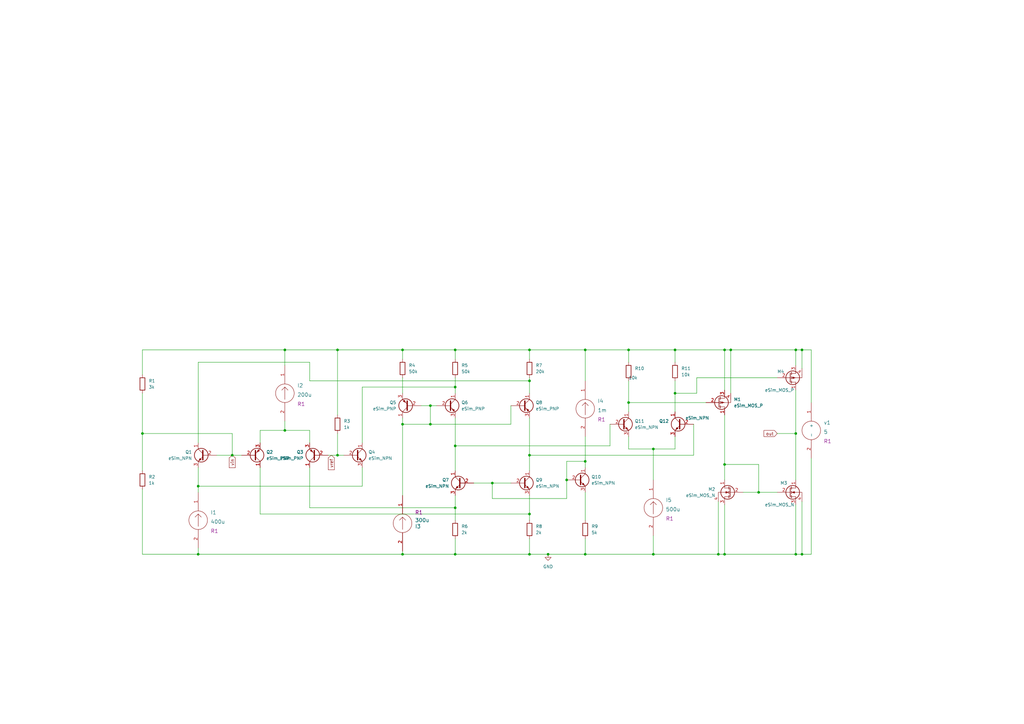
<source format=kicad_sch>
(kicad_sch (version 20211123) (generator eeschema)
  (paper "A3")
  (lib_symbols
    (symbol "eSim_Devices:eSim_MOS_N" (pin_names (offset 0) hide)
      (property "Reference" "M" (at 0 -3.81 0))
      (property "Value" "eSim_MOS_N" (at 2.54 -1.27 0))
      (symbol "eSim_MOS_N_0_1"
        (polyline (pts (xy 3.302 -7.366) (xy 3.302 -6.35)) (stroke (width 0.254)))
        (polyline (pts (xy 3.302 -6.858) (xy 5.08 -6.858)))
        (polyline (pts (xy 3.302 -5.588) (xy 3.302 -4.572)) (stroke (width 0.254)))
        (polyline (pts (xy 3.302 -5.08) (xy 5.08 -5.08)))
        (polyline (pts (xy 3.302 -3.81) (xy 3.302 -2.794)) (stroke (width 0.254)))
        (polyline (pts (xy 3.302 -3.302) (xy 5.08 -3.302)))
        (polyline (pts (xy 5.08 -7.62) (xy 5.08 -6.858)))
        (polyline (pts (xy 5.08 -3.302) (xy 5.08 -2.54)))
        (polyline (pts (xy 2.794 -6.985) (xy 2.794 -3.175) (xy 2.794 -3.175)) (stroke (width 0.254)))
        (polyline (pts (xy 5.08 -5.08) (xy 7.62 -5.08) (xy 7.62 -6.35)))
        (polyline (pts (xy 3.556 -5.08) (xy 4.572 -5.461) (xy 4.572 -4.699) (xy 3.556 -5.08)) (fill (type outline)))
        (circle (center 3.81 -5.08) (radius 2.8194) (stroke (width 0.254)))
      )
      (symbol "eSim_MOS_N_1_1"
        (pin passive line (at 5.08 0 270) (length 2.54) (name "D") (number "1"))
        (pin passive line (at -2.54 -5.08 0) (length 5.334) (name "G") (number "2"))
        (pin passive line (at 5.08 -10.16 90) (length 2.54) (name "S") (number "3"))
        (pin passive line (at 7.62 -8.89 90) (length 2.4892) (name "B") (number "4"))
      )
    )
    (symbol "eSim_Devices:eSim_MOS_P" (pin_names (offset 0) hide)
      (property "Reference" "M" (at -1.27 1.27 0))
      (property "Value" "eSim_MOS_P" (at 1.27 3.81 0))
      (symbol "eSim_MOS_P_0_1"
        (polyline (pts (xy 2.032 -1.778) (xy 3.81 -1.778)))
        (polyline (pts (xy 2.032 -1.27) (xy 2.032 -2.286)) (stroke (width 0.254)))
        (polyline (pts (xy 2.032 0) (xy 3.81 0)))
        (polyline (pts (xy 2.032 0.508) (xy 2.032 -0.508)) (stroke (width 0.254)))
        (polyline (pts (xy 2.032 1.778) (xy 3.81 1.778)))
        (polyline (pts (xy 2.032 2.286) (xy 2.032 1.27)) (stroke (width 0.254)))
        (polyline (pts (xy 3.81 -1.778) (xy 3.81 -2.54)))
        (polyline (pts (xy 3.81 2.54) (xy 3.81 1.778)))
        (polyline (pts (xy 1.524 1.905) (xy 1.524 -1.905) (xy 1.524 -1.905)) (stroke (width 0.254)))
        (polyline (pts (xy 3.81 0) (xy 6.35 0) (xy 6.35 -1.27)))
        (polyline (pts (xy 3.556 0) (xy 2.54 -0.381) (xy 2.54 0.381) (xy 3.556 0)) (fill (type outline)))
        (circle (center 2.54 0) (radius 2.8194) (stroke (width 0.254)))
      )
      (symbol "eSim_MOS_P_1_1"
        (pin passive line (at 3.81 5.08 270) (length 2.54) (name "D") (number "1"))
        (pin passive line (at -3.81 0 0) (length 5.334) (name "G") (number "2"))
        (pin passive line (at 3.81 -5.08 90) (length 2.54) (name "S") (number "3"))
        (pin passive line (at 6.35 -3.81 90) (length 2.54) (name "B") (number "4"))
      )
    )
    (symbol "eSim_Devices:eSim_NPN" (pin_names (offset 0) hide)
      (property "Reference" "Q" (at -2.54 1.27 0))
      (property "Value" "eSim_NPN" (at -1.27 3.81 0))
      (symbol "eSim_NPN_0_1"
        (polyline (pts (xy 0.635 0.635) (xy 2.54 2.54)))
        (polyline (pts (xy 0.635 -0.635) (xy 2.54 -2.54) (xy 2.54 -2.54)))
        (polyline (pts (xy 0.635 1.905) (xy 0.635 -1.905) (xy 0.635 -1.905)) (stroke (width 0.508)))
        (polyline (pts (xy 1.27 -1.778) (xy 1.778 -1.27) (xy 2.286 -2.286) (xy 1.27 -1.778) (xy 1.27 -1.778)) (fill (type outline)))
        (circle (center 1.27 0) (radius 2.8194) (stroke (width 0.254)))
      )
      (symbol "eSim_NPN_1_1"
        (pin passive line (at 2.54 5.08 270) (length 2.54) (name "C") (number "1"))
        (pin passive line (at -5.08 0 0) (length 5.715) (name "B") (number "2"))
        (pin passive line (at 2.54 -5.08 90) (length 2.54) (name "E") (number "3"))
      )
    )
    (symbol "eSim_Devices:eSim_PNP" (pin_names (offset 0) hide)
      (property "Reference" "Q" (at -2.54 1.27 0))
      (property "Value" "eSim_PNP" (at -1.27 3.81 0))
      (symbol "eSim_PNP_0_1"
        (polyline (pts (xy 0.635 0.635) (xy 2.54 2.54)))
        (polyline (pts (xy 0.635 -0.635) (xy 2.54 -2.54) (xy 2.54 -2.54)))
        (polyline (pts (xy 0.635 1.905) (xy 0.635 -1.905) (xy 0.635 -1.905)) (stroke (width 0.508)))
        (polyline (pts (xy 2.286 -1.778) (xy 1.778 -2.286) (xy 1.27 -1.27) (xy 2.286 -1.778) (xy 2.286 -1.778)) (fill (type outline)))
        (circle (center 1.27 0) (radius 2.8194) (stroke (width 0.254)))
      )
      (symbol "eSim_PNP_1_1"
        (pin passive line (at 2.54 5.08 270) (length 2.54) (name "C") (number "1"))
        (pin passive line (at -5.08 0 0) (length 5.715) (name "B") (number "2"))
        (pin passive line (at 2.54 -5.08 90) (length 2.54) (name "E") (number "3"))
      )
    )
    (symbol "eSim_Devices:resistor" (pin_numbers hide) (pin_names (offset 0))
      (property "Reference" "R" (at 1.27 3.302 0))
      (property "Value" "resistor" (at 1.27 -1.27 0))
      (symbol "resistor_0_1"
        (rectangle (start 3.81 0.254) (end -1.27 2.286) (stroke (width 0.254)))
      )
      (symbol "resistor_1_1"
        (pin passive line (at -2.54 1.27 0) (length 1.27) (name "~") (number "1"))
        (pin passive line (at 5.08 1.27 180) (length 1.27) (name "~") (number "2"))
      )
    )
    (symbol "eSim_Power:eSim_GND" (power) (pin_names (offset 0))
      (property "Value" "eSim_GND" (at 0 -3.81 0))
      (symbol "eSim_GND_0_1"
        (polyline (pts (xy 0 0) (xy 0 -1.27) (xy 1.27 -1.27) (xy 0 -2.54) (xy -1.27 -1.27) (xy 0 -1.27)))
      )
      (symbol "eSim_GND_1_1"
        (pin power_in line (at 0 0 270) (length 0) hide (name "GND") (number "1"))
      )
    )
    (symbol "eSim_Sources:DC" (pin_names (offset 1.016))
      (property "Reference" "v" (at -5.08 2.54 0))
      (property "Value" "DC" (at -5.08 -1.27 0))
      (property "Footprint" "R1" (at -7.62 0 0))
      (symbol "DC_0_1"
        (circle (center 0 0) (radius 3.81))
      )
      (symbol "DC_1_1"
        (pin power_out line (at 0 11.43 270) (length 7.62) (name "+") (number "1"))
        (pin power_out line (at 0 -11.43 90) (length 7.62) (name "-") (number "2"))
      )
    )
    (symbol "eSim_Sources:dc" (pin_names (offset 1.016))
      (property "Reference" "I" (at -5.08 2.54 0))
      (property "Value" "dc" (at -5.08 -1.27 0))
      (property "Footprint" "R1" (at -7.62 0 0))
      (symbol "dc_0_1"
        (polyline (pts (xy 0 -2.54) (xy 0 -2.54)))
        (polyline (pts (xy 0 2.54) (xy -1.27 1.27)))
        (polyline (pts (xy 0 2.54) (xy 0 -2.54)))
        (polyline (pts (xy 0 2.54) (xy 1.27 1.27)))
        (circle (center 0 0) (radius 3.81))
      )
      (symbol "dc_1_1"
        (pin passive line (at 0 11.43 270) (length 7.62) (name "~") (number "1"))
        (pin passive line (at 0 -11.43 90) (length 7.62) (name "~") (number "2"))
      )
    )
  )
  (junction (at 224.79 227.33))
  (junction (at 328.93 143.51))
  (junction (at 326.39 143.51))
  (junction (at 297.18 190.5))
  (junction (at 165.1 173.99))
  (junction (at 95.25 186.69))
  (junction (at 186.69 208.28))
  (junction (at 165.1 143.51))
  (junction (at 267.97 227.33))
  (junction (at 294.64 227.33))
  (junction (at 257.81 165.1))
  (junction (at 328.93 227.33))
  (junction (at 138.43 143.51))
  (junction (at 299.72 143.51))
  (junction (at 240.03 227.33))
  (junction (at 257.81 143.51))
  (junction (at 186.69 227.33))
  (junction (at 311.15 201.93))
  (junction (at 176.53 166.37))
  (junction (at 232.41 196.85))
  (junction (at 186.69 182.88))
  (junction (at 138.43 186.69))
  (junction (at 81.28 227.33))
  (junction (at 58.42 177.8))
  (junction (at 240.03 143.51))
  (junction (at 326.39 227.33))
  (junction (at 276.86 161.29))
  (junction (at 326.39 177.8))
  (junction (at 217.17 186.69))
  (junction (at 176.53 173.99))
  (junction (at 297.18 143.51))
  (junction (at 297.18 227.33))
  (junction (at 217.17 143.51))
  (junction (at 186.69 158.75))
  (junction (at 116.84 176.53))
  (junction (at 81.28 199.39))
  (junction (at 217.17 210.82))
  (junction (at 276.86 143.51))
  (junction (at 267.97 184.15))
  (junction (at 201.93 198.12))
  (junction (at 217.17 156.21))
  (junction (at 165.1 227.33))
  (junction (at 217.17 227.33))
  (junction (at 116.84 143.51))
  (junction (at 186.69 143.51))
  (junction (at 240.03 189.23))
  (wire (pts (xy 217.17 203.2) (xy 217.17 210.82)))
  (wire (pts (xy 267.97 184.15) (xy 267.97 196.85)))
  (wire (pts (xy 165.1 154.94) (xy 165.1 161.29)))
  (wire (pts (xy 81.28 224.79) (xy 81.28 227.33)))
  (wire (pts (xy 148.59 158.75) (xy 186.69 158.75)))
  (wire (pts (xy 326.39 227.33) (xy 328.93 227.33)))
  (wire (pts (xy 267.97 227.33) (xy 294.64 227.33)))
  (wire (pts (xy 217.17 227.33) (xy 217.17 220.98)))
  (wire (pts (xy 106.68 176.53) (xy 116.84 176.53)))
  (wire (pts (xy 165.1 226.06) (xy 165.1 227.33)))
  (wire (pts (xy 81.28 227.33) (xy 165.1 227.33)))
  (wire (pts (xy 127 191.77) (xy 127 208.28)))
  (wire (pts (xy 138.43 177.8) (xy 138.43 186.69)))
  (wire (pts (xy 276.86 143.51) (xy 276.86 148.59)))
  (wire (pts (xy 58.42 161.29) (xy 58.42 177.8)))
  (wire (pts (xy 240.03 201.93) (xy 240.03 213.36)))
  (wire (pts (xy 186.69 220.98) (xy 186.69 227.33)))
  (wire (pts (xy 217.17 154.94) (xy 217.17 156.21)))
  (wire (pts (xy 217.17 171.45) (xy 217.17 186.69)))
  (wire (pts (xy 217.17 210.82) (xy 217.17 213.36)))
  (wire (pts (xy 284.48 186.69) (xy 284.48 173.99)))
  (wire (pts (xy 81.28 199.39) (xy 81.28 201.93)))
  (wire (pts (xy 240.03 143.51) (xy 240.03 156.21)))
  (wire (pts (xy 250.19 173.99) (xy 250.19 182.88)))
  (wire (pts (xy 217.17 143.51) (xy 240.03 143.51)))
  (wire (pts (xy 116.84 143.51) (xy 116.84 149.86)))
  (wire (pts (xy 201.93 198.12) (xy 209.55 198.12)))
  (wire (pts (xy 257.81 165.1) (xy 289.56 165.1)))
  (wire (pts (xy 250.19 182.88) (xy 186.69 182.88)))
  (wire (pts (xy 257.81 156.21) (xy 257.81 165.1)))
  (wire (pts (xy 297.18 227.33) (xy 326.39 227.33)))
  (wire (pts (xy 95.25 186.69) (xy 99.06 186.69)))
  (wire (pts (xy 304.8 201.93) (xy 311.15 201.93)))
  (wire (pts (xy 267.97 219.71) (xy 267.97 227.33)))
  (wire (pts (xy 328.93 205.74) (xy 328.93 227.33)))
  (wire (pts (xy 209.55 173.99) (xy 176.53 173.99)))
  (wire (pts (xy 332.74 143.51) (xy 328.93 143.51)))
  (wire (pts (xy 326.39 177.8) (xy 326.39 196.85)))
  (wire (pts (xy 127 156.21) (xy 127 148.59)))
  (wire (pts (xy 276.86 184.15) (xy 276.86 179.07)))
  (wire (pts (xy 299.72 161.29) (xy 299.72 143.51)))
  (wire (pts (xy 311.15 201.93) (xy 311.15 190.5)))
  (wire (pts (xy 217.17 143.51) (xy 217.17 147.32)))
  (wire (pts (xy 127 176.53) (xy 127 181.61)))
  (wire (pts (xy 240.03 227.33) (xy 267.97 227.33)))
  (wire (pts (xy 138.43 143.51) (xy 138.43 170.18)))
  (wire (pts (xy 311.15 201.93) (xy 318.77 201.93)))
  (wire (pts (xy 297.18 143.51) (xy 297.18 160.02)))
  (wire (pts (xy 201.93 198.12) (xy 201.93 204.47)))
  (wire (pts (xy 176.53 173.99) (xy 176.53 166.37)))
  (wire (pts (xy 165.1 173.99) (xy 165.1 203.2)))
  (wire (pts (xy 138.43 143.51) (xy 165.1 143.51)))
  (wire (pts (xy 297.18 190.5) (xy 297.18 196.85)))
  (wire (pts (xy 58.42 200.66) (xy 58.42 227.33)))
  (wire (pts (xy 165.1 227.33) (xy 186.69 227.33)))
  (wire (pts (xy 326.39 160.02) (xy 326.39 177.8)))
  (wire (pts (xy 217.17 186.69) (xy 217.17 193.04)))
  (wire (pts (xy 116.84 172.72) (xy 116.84 176.53)))
  (wire (pts (xy 240.03 189.23) (xy 240.03 191.77)))
  (wire (pts (xy 58.42 177.8) (xy 58.42 193.04)))
  (wire (pts (xy 176.53 166.37) (xy 179.07 166.37)))
  (wire (pts (xy 294.64 205.74) (xy 294.64 227.33)))
  (wire (pts (xy 267.97 184.15) (xy 276.86 184.15)))
  (wire (pts (xy 186.69 158.75) (xy 186.69 161.29)))
  (wire (pts (xy 326.39 207.01) (xy 326.39 227.33)))
  (wire (pts (xy 58.42 177.8) (xy 95.25 177.8)))
  (wire (pts (xy 127 156.21) (xy 217.17 156.21)))
  (wire (pts (xy 58.42 227.33) (xy 81.28 227.33)))
  (wire (pts (xy 299.72 143.51) (xy 326.39 143.51)))
  (wire (pts (xy 217.17 186.69) (xy 284.48 186.69)))
  (wire (pts (xy 194.31 198.12) (xy 201.93 198.12)))
  (wire (pts (xy 138.43 186.69) (xy 140.97 186.69)))
  (wire (pts (xy 318.77 177.8) (xy 326.39 177.8)))
  (wire (pts (xy 116.84 143.51) (xy 138.43 143.51)))
  (wire (pts (xy 294.64 227.33) (xy 297.18 227.33)))
  (wire (pts (xy 186.69 227.33) (xy 217.17 227.33)))
  (wire (pts (xy 285.75 161.29) (xy 276.86 161.29)))
  (wire (pts (xy 172.72 166.37) (xy 176.53 166.37)))
  (wire (pts (xy 165.1 171.45) (xy 165.1 173.99)))
  (wire (pts (xy 326.39 149.86) (xy 326.39 143.51)))
  (wire (pts (xy 58.42 153.67) (xy 58.42 143.51)))
  (wire (pts (xy 148.59 199.39) (xy 148.59 191.77)))
  (wire (pts (xy 186.69 154.94) (xy 186.69 158.75)))
  (wire (pts (xy 165.1 173.99) (xy 176.53 173.99)))
  (wire (pts (xy 318.77 154.94) (xy 285.75 154.94)))
  (wire (pts (xy 240.03 220.98) (xy 240.03 227.33)))
  (wire (pts (xy 276.86 156.21) (xy 276.86 161.29)))
  (wire (pts (xy 328.93 143.51) (xy 328.93 151.13)))
  (wire (pts (xy 186.69 203.2) (xy 186.69 208.28)))
  (wire (pts (xy 257.81 179.07) (xy 257.81 184.15)))
  (wire (pts (xy 106.68 181.61) (xy 106.68 176.53)))
  (wire (pts (xy 186.69 182.88) (xy 186.69 193.04)))
  (wire (pts (xy 88.9 186.69) (xy 95.25 186.69)))
  (wire (pts (xy 127 208.28) (xy 186.69 208.28)))
  (wire (pts (xy 148.59 181.61) (xy 148.59 158.75)))
  (wire (pts (xy 332.74 227.33) (xy 328.93 227.33)))
  (wire (pts (xy 186.69 208.28) (xy 186.69 213.36)))
  (wire (pts (xy 165.1 147.32) (xy 165.1 143.51)))
  (wire (pts (xy 257.81 184.15) (xy 267.97 184.15)))
  (wire (pts (xy 186.69 143.51) (xy 186.69 147.32)))
  (wire (pts (xy 217.17 156.21) (xy 217.17 161.29)))
  (wire (pts (xy 276.86 161.29) (xy 276.86 168.91)))
  (wire (pts (xy 81.28 199.39) (xy 148.59 199.39)))
  (wire (pts (xy 297.18 143.51) (xy 299.72 143.51)))
  (wire (pts (xy 106.68 210.82) (xy 217.17 210.82)))
  (wire (pts (xy 217.17 227.33) (xy 224.79 227.33)))
  (wire (pts (xy 165.1 143.51) (xy 186.69 143.51)))
  (wire (pts (xy 186.69 171.45) (xy 186.69 182.88)))
  (wire (pts (xy 209.55 166.37) (xy 209.55 173.99)))
  (wire (pts (xy 127 148.59) (xy 81.28 148.59)))
  (wire (pts (xy 311.15 190.5) (xy 297.18 190.5)))
  (wire (pts (xy 276.86 143.51) (xy 297.18 143.51)))
  (wire (pts (xy 134.62 186.69) (xy 138.43 186.69)))
  (wire (pts (xy 285.75 154.94) (xy 285.75 161.29)))
  (wire (pts (xy 224.79 227.33) (xy 240.03 227.33)))
  (wire (pts (xy 106.68 191.77) (xy 106.68 210.82)))
  (wire (pts (xy 257.81 165.1) (xy 257.81 168.91)))
  (wire (pts (xy 240.03 143.51) (xy 257.81 143.51)))
  (wire (pts (xy 257.81 143.51) (xy 257.81 148.59)))
  (wire (pts (xy 297.18 170.18) (xy 297.18 190.5)))
  (wire (pts (xy 326.39 143.51) (xy 328.93 143.51)))
  (wire (pts (xy 297.18 207.01) (xy 297.18 227.33)))
  (wire (pts (xy 232.41 204.47) (xy 232.41 196.85)))
  (wire (pts (xy 257.81 143.51) (xy 276.86 143.51)))
  (wire (pts (xy 58.42 143.51) (xy 116.84 143.51)))
  (wire (pts (xy 240.03 179.07) (xy 240.03 189.23)))
  (wire (pts (xy 116.84 176.53) (xy 127 176.53)))
  (wire (pts (xy 186.69 143.51) (xy 217.17 143.51)))
  (wire (pts (xy 232.41 189.23) (xy 232.41 196.85)))
  (wire (pts (xy 332.74 187.96) (xy 332.74 227.33)))
  (wire (pts (xy 201.93 204.47) (xy 232.41 204.47)))
  (wire (pts (xy 81.28 148.59) (xy 81.28 181.61)))
  (wire (pts (xy 95.25 177.8) (xy 95.25 186.69)))
  (wire (pts (xy 240.03 189.23) (xy 232.41 189.23)))
  (wire (pts (xy 332.74 165.1) (xy 332.74 143.51)))
  (wire (pts (xy 81.28 191.77) (xy 81.28 199.39)))
  (global_label "out" (shape input) (at 318.77 177.8 180) (property "Intersheet References" "${INTERSHEET_REFS}" (effects hide)))
  (global_label "vref" (shape input) (at 135.89 186.69 270) (property "Intersheet References" "${INTERSHEET_REFS}" (effects hide)))
  (global_label "vin" (shape input) (at 95.25 186.69 270) (property "Intersheet References" "${INTERSHEET_REFS}" (effects hide)))
  (symbol (lib_id "eSim_Devices:resistor") (at 187.96 152.4 90) (unit 1)
    (property "Reference" "R5" (at 189.23 149.8599 90) (effects (justify right)))
    (property "Value" "50k" (at 189.23 152.3999 90) (effects (justify right)))
  )
  (symbol (lib_id "eSim_Devices:resistor") (at 187.96 218.44 90) (unit 1)
    (property "Reference" "R6" (at 189.23 215.8999 90) (effects (justify right)))
    (property "Value" "2k" (at 189.23 218.4399 90) (effects (justify right)))
  )
  (symbol (lib_id "eSim_Power:eSim_GND") (at 224.79 227.33 0) (unit 1)
    (property "Reference" "#PWR01" (effects hide))
    (property "Value" "eSim_GND" (at 224.79 232.41 0))
  )
  (symbol (lib_id "eSim_Devices:resistor") (at 218.44 218.44 90) (unit 1)
    (property "Reference" "R8" (at 219.71 215.8999 90) (effects (justify right)))
    (property "Value" "2k" (at 219.71 218.4399 90) (effects (justify right)))
  )
  (symbol (lib_id "eSim_Devices:eSim_PNP") (at 129.54 186.69 180) (unit 1)
    (property "Reference" "Q3" (at 124.46 185.4199 0) (effects (justify left)))
    (property "Value" "eSim_PNP" (at 124.46 187.9599 0) (effects (justify left)))
  )
  (symbol (lib_id "eSim_Devices:resistor") (at 166.37 152.4 90) (unit 1)
    (property "Reference" "R4" (at 167.64 149.8599 90) (effects (justify right)))
    (property "Value" "50k" (at 167.64 152.3999 90) (effects (justify right)))
  )
  (symbol (lib_id "eSim_Devices:eSim_MOS_N") (at 302.26 196.85 0) (mirror y) (unit 1)
    (property "Reference" "M2" (at 293.37 200.6599 0) (effects (justify left)))
    (property "Value" "eSim_MOS_N" (at 293.37 203.1999 0) (effects (justify left)))
  )
  (symbol (lib_id "eSim_Devices:resistor") (at 278.13 153.67 90) (unit 1)
    (property "Reference" "R11" (at 279.4 151.1299 90) (effects (justify right)))
    (property "Value" "10k" (at 279.4 153.6699 90) (effects (justify right)))
  )
  (symbol (lib_id "eSim_Sources:dc") (at 116.84 161.29 0) (mirror y) (unit 1)
    (property "Reference" "I2" (at 121.92 158.115 0) (effects (font (size 1.524 1.524)) (justify right)))
    (property "Value" "200u" (at 121.92 161.925 0) (effects (font (size 1.524 1.524)) (justify right)))
    (property "Footprint" "R1" (at 121.92 165.735 0) (effects (font (size 1.524 1.524)) (justify right)))
  )
  (symbol (lib_id "eSim_Devices:resistor") (at 241.3 218.44 90) (unit 1)
    (property "Reference" "R9" (at 242.57 215.8999 90) (effects (justify right)))
    (property "Value" "5k" (at 242.57 218.4399 90) (effects (justify right)))
  )
  (symbol (lib_id "eSim_Devices:resistor") (at 259.08 153.67 90) (unit 1)
    (property "Reference" "R10" (at 260.35 151.1299 90) (effects (justify right)))
    (property "Value" "10k" (at 257.81 154.94 90) (effects (justify right)))
  )
  (symbol (lib_id "eSim_Devices:eSim_NPN") (at 237.49 196.85 0) (unit 1)
    (property "Reference" "Q10" (at 242.57 195.5799 0) (effects (justify left)))
    (property "Value" "eSim_NPN" (at 242.57 198.1199 0) (effects (justify left)))
  )
  (symbol (lib_id "eSim_Sources:dc") (at 240.03 167.64 0) (mirror y) (unit 1)
    (property "Reference" "I4" (at 245.11 164.465 0) (effects (font (size 1.524 1.524)) (justify right)))
    (property "Value" "1m" (at 245.11 168.275 0) (effects (font (size 1.524 1.524)) (justify right)))
    (property "Footprint" "R1" (at 245.11 172.085 0) (effects (font (size 1.524 1.524)) (justify right)))
  )
  (symbol (lib_id "eSim_Devices:eSim_NPN") (at 189.23 198.12 0) (mirror y) (unit 1)
    (property "Reference" "Q7" (at 184.15 196.8499 0) (effects (justify left)))
    (property "Value" "eSim_NPN" (at 184.15 199.3899 0) (effects (justify left)))
  )
  (symbol (lib_id "eSim_Devices:resistor") (at 59.69 198.12 90) (unit 1)
    (property "Reference" "R2" (at 60.96 195.5799 90) (effects (justify right)))
    (property "Value" "1k" (at 60.96 198.1199 90) (effects (justify right)))
  )
  (symbol (lib_id "eSim_Devices:eSim_PNP") (at 184.15 166.37 0) (unit 1)
    (property "Reference" "Q6" (at 189.23 165.0999 0) (effects (justify left)))
    (property "Value" "eSim_PNP" (at 189.23 167.6399 0) (effects (justify left)))
  )
  (symbol (lib_id "eSim_Devices:eSim_NPN") (at 214.63 198.12 0) (unit 1)
    (property "Reference" "Q9" (at 219.71 196.8499 0) (effects (justify left)))
    (property "Value" "eSim_NPN" (at 219.71 199.3899 0) (effects (justify left)))
  )
  (symbol (lib_id "eSim_Devices:eSim_PNP") (at 167.64 166.37 180) (unit 1)
    (property "Reference" "Q5" (at 162.56 165.0999 0) (effects (justify left)))
    (property "Value" "eSim_PNP" (at 162.56 167.6399 0) (effects (justify left)))
  )
  (symbol (lib_id "eSim_Devices:resistor") (at 59.69 158.75 90) (unit 1)
    (property "Reference" "R1" (at 60.96 156.2099 90) (effects (justify right)))
    (property "Value" "3k" (at 60.96 158.7499 90) (effects (justify right)))
  )
  (symbol (lib_id "eSim_Devices:eSim_MOS_P") (at 293.37 165.1 0) (mirror x) (unit 1)
    (property "Reference" "M1" (at 300.99 163.8299 0) (effects (justify left)))
    (property "Value" "eSim_MOS_P" (at 300.99 166.3699 0) (effects (justify left)))
  )
  (symbol (lib_id "eSim_Devices:eSim_MOS_N") (at 321.31 196.85 0) (unit 1)
    (property "Reference" "M3" (at 320.04 198.12 0) (effects (justify left)))
    (property "Value" "eSim_MOS_N" (at 313.69 207.01 0) (effects (justify left)))
  )
  (symbol (lib_id "eSim_Devices:eSim_NPN") (at 279.4 173.99 0) (mirror y) (unit 1)
    (property "Reference" "Q12" (at 274.32 172.7199 0) (effects (justify left)))
    (property "Value" "eSim_NPN" (at 290.83 171.45 0) (effects (justify left)))
  )
  (symbol (lib_id "eSim_Devices:resistor") (at 139.7 175.26 90) (unit 1)
    (property "Reference" "R3" (at 140.97 172.7199 90) (effects (justify right)))
    (property "Value" "1k" (at 140.97 175.2599 90) (effects (justify right)))
  )
  (symbol (lib_id "eSim_Devices:eSim_PNP") (at 214.63 166.37 0) (unit 1)
    (property "Reference" "Q8" (at 219.71 165.0999 0) (effects (justify left)))
    (property "Value" "eSim_PNP" (at 219.71 167.6399 0) (effects (justify left)))
  )
  (symbol (lib_id "eSim_Devices:eSim_NPN") (at 255.27 173.99 0) (unit 1)
    (property "Reference" "Q11" (at 260.35 172.7199 0) (effects (justify left)))
    (property "Value" "eSim_NPN" (at 260.35 175.2599 0) (effects (justify left)))
  )
  (symbol (lib_id "eSim_Devices:eSim_PNP") (at 104.14 186.69 0) (mirror x) (unit 1)
    (property "Reference" "Q2" (at 109.22 185.4199 0) (effects (justify left)))
    (property "Value" "eSim_PNP" (at 109.22 187.9599 0) (effects (justify left)))
  )
  (symbol (lib_id "eSim_Devices:resistor") (at 218.44 152.4 90) (unit 1)
    (property "Reference" "R7" (at 219.71 149.8599 90) (effects (justify right)))
    (property "Value" "20k" (at 219.71 152.3999 90) (effects (justify right)))
  )
  (symbol (lib_id "eSim_Sources:dc") (at 165.1 214.63 0) (mirror y) (unit 1)
    (property "Reference" "I3" (at 170.18 215.9 0) (effects (font (size 1.524 1.524)) (justify right)))
    (property "Value" "300u" (at 170.18 213.36 0) (effects (font (size 1.524 1.524)) (justify right)))
    (property "Footprint" "R1" (at 170.18 210.185 0) (effects (font (size 1.524 1.524)) (justify right)))
  )
  (symbol (lib_id "eSim_Sources:DC") (at 332.74 176.53 0) (unit 1)
    (property "Reference" "v1" (at 337.82 173.355 0) (effects (font (size 1.524 1.524)) (justify left)))
    (property "Value" "5" (at 337.82 177.165 0) (effects (font (size 1.524 1.524)) (justify left)))
    (property "Footprint" "R1" (at 337.82 180.975 0) (effects (font (size 1.524 1.524)) (justify left)))
  )
  (symbol (lib_id "eSim_Devices:eSim_MOS_P") (at 322.58 154.94 0) (mirror x) (unit 1)
    (property "Reference" "M4" (at 318.77 152.4 0) (effects (justify left)))
    (property "Value" "eSim_MOS_P" (at 313.69 160.02 0) (effects (justify left)))
  )
  (symbol (lib_id "eSim_Sources:dc") (at 267.97 208.28 0) (mirror y) (unit 1)
    (property "Reference" "I5" (at 273.05 205.105 0) (effects (font (size 1.524 1.524)) (justify right)))
    (property "Value" "500u" (at 273.05 208.915 0) (effects (font (size 1.524 1.524)) (justify right)))
    (property "Footprint" "R1" (at 273.05 212.725 0) (effects (font (size 1.524 1.524)) (justify right)))
  )
  (symbol (lib_id "eSim_Devices:eSim_NPN") (at 146.05 186.69 0) (unit 1)
    (property "Reference" "Q4" (at 151.13 185.4199 0) (effects (justify left)))
    (property "Value" "eSim_NPN" (at 151.13 187.9599 0) (effects (justify left)))
  )
  (symbol (lib_id "eSim_Sources:dc") (at 81.28 213.36 0) (mirror y) (unit 1)
    (property "Reference" "I1" (at 86.36 210.185 0) (effects (font (size 1.524 1.524)) (justify right)))
    (property "Value" "400u" (at 86.36 213.995 0) (effects (font (size 1.524 1.524)) (justify right)))
    (property "Footprint" "R1" (at 86.36 217.805 0) (effects (font (size 1.524 1.524)) (justify right)))
  )
  (symbol (lib_id "eSim_Devices:eSim_NPN") (at 83.82 186.69 0) (mirror y) (unit 1)
    (property "Reference" "Q1" (at 78.74 185.4199 0) (effects (justify left)))
    (property "Value" "eSim_NPN" (at 78.74 187.9599 0) (effects (justify left)))
  )
)
</source>
